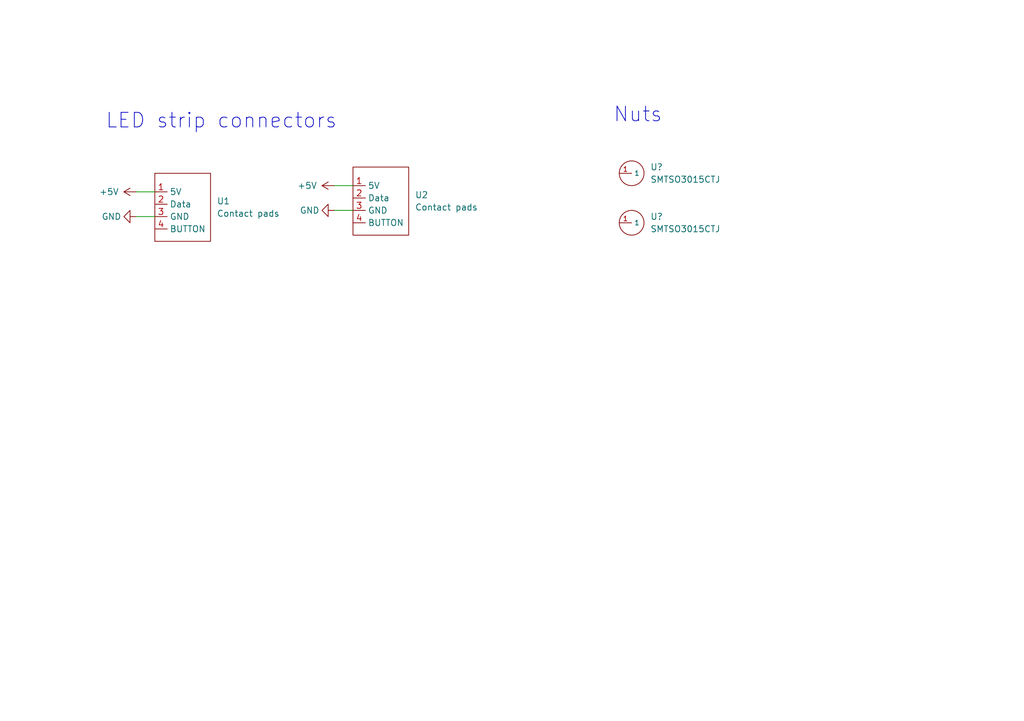
<source format=kicad_sch>
(kicad_sch (version 20211123) (generator eeschema)
  (paper "A5")
  (lib_symbols
    (symbol "MyParts:SMTSO3015CTJ"
      (property "Reference" "U?" (at 3.81 -5.0799 0))
      (property "Value" "SMTSO3015CTJ" (at 3.81 -7.6199 0))
      (symbol "SMTSO3015CTJ_0_0"
        (pin unspecified line (at -2.54 -6.35 0) (length 2.54) (name "1") (number "1"))
      )
      (symbol "SMTSO3015CTJ_0_1"
        (circle (center 0 -6.35) (radius 2.54) (stroke (width 0.1524)))
      )
    )
    (symbol "myparts:LED_strip_contact_4pads"
      (property "Reference" "U5" (at -5.08 3.81 0))
      (property "Value" "LED_strip_contact_4pads" (at -5.08 1.27 0))
      (symbol "LED_strip_contact_4pads_0_1"
        (rectangle (start -3.81 3.81) (end 7.62 -10.16) (stroke (width 0.1524)))
      )
      (symbol "LED_strip_contact_4pads_1_1"
        (pin bidirectional line (at -3.81 0 0) (length 2.54) (name "5V") (number "1"))
        (pin bidirectional line (at -3.81 -2.54 0) (length 2.54) (name "Data") (number "2"))
        (pin bidirectional line (at -3.81 -5.08 0) (length 2.54) (name "GND") (number "3"))
        (pin bidirectional line (at -3.81 -7.62 0) (length 2.54) (name "BUTTON") (number "4"))
      )
    )
    (symbol "power:+5V" (power) (pin_names (offset 0))
      (property "Value" "+5V" (at 0 3.556 0))
      (symbol "+5V_0_1"
        (polyline (pts (xy -0.762 1.27) (xy 0 2.54)))
        (polyline (pts (xy 0 0) (xy 0 2.54)))
        (polyline (pts (xy 0 2.54) (xy 0.762 1.27)))
      )
      (symbol "+5V_1_1"
        (pin power_in line (at 0 0 90) (length 0) hide (name "+5V") (number "1"))
      )
    )
    (symbol "power:GND" (power) (pin_names (offset 0))
      (property "Value" "GND" (at 0 -3.81 0))
      (symbol "GND_0_1"
        (polyline (pts (xy 0 0) (xy 0 -1.27) (xy 1.27 -1.27) (xy 0 -2.54) (xy -1.27 -1.27) (xy 0 -1.27)))
      )
      (symbol "GND_1_1"
        (pin power_in line (at 0 0 270) (length 0) hide (name "GND") (number "1"))
      )
    )
  )
  (wire (pts (xy 27.94 39.37) (xy 31.75 39.37)))
  (wire (pts (xy 68.58 43.18) (xy 72.39 43.18)))
  (wire (pts (xy 68.58 38.1) (xy 72.39 38.1)))
  (wire (pts (xy 27.94 44.45) (xy 31.75 44.45)))
  (text "Nuts" (at 125.73 25.4 0) (effects (font (size 3 3)) (justify left bottom)))
  (text "LED strip connectors" (at 21.59 26.67 0) (effects (font (size 3 3)) (justify left bottom)))
  (symbol (lib_id "myparts:LED_strip_contact_4pads") (at 35.56 39.37 0) (unit 1) (in_bom no)
    (property "Reference" "U1" (at 44.45 41.2749 0) (effects (justify left)))
    (property "Value" "Contact pads" (at 44.45 43.8149 0) (effects (justify left)))
    (property "Footprint" "myparts:LED strip connector 4pad small" (effects hide))
  )
  (symbol (lib_id "MyParts:SMTSO3015CTJ") (at 129.54 39.37 0) (unit 1)
    (property "Reference" "U?" (at 133.35 44.4499 0) (effects (justify left)))
    (property "Value" "SMTSO3015CTJ" (at 133.35 46.9899 0) (effects (justify left)))
    (property "Footprint" "footprint:SMTSO3030CTJ" (effects hide))
    (property "Datasheet" "https://img.jlc.com/pdf/applyPasteComponent/2021-07-26/212394W/84600014a36a49d2b26ab413315c8aa0/SINHOO%E7%94%B5%E8%B7%AF%E6%9D%BF%E8%A1%A8%E8%B4%B4%E8%9E%BA%E6%AF%8D%E6%9F%B1PCBSMDNuts.pdf" (effects hide))
    (property "LCSC #" "C2915308" (effects hide))
  )
  (symbol (lib_id "power:GND") (at 68.58 43.18 270) (unit 1)
    (property "Reference" "#PWR0103" (effects hide))
    (property "Value" "GND" (at 63.5 43.18 90))
  )
  (symbol (lib_id "power:+5V") (at 68.58 38.1 90) (unit 1)
    (property "Reference" "#PWR0104" (effects hide))
    (property "Value" "+5V" (at 60.96 38.1 90) (effects (justify right)))
  )
  (symbol (lib_id "myparts:LED_strip_contact_4pads") (at 76.2 38.1 0) (unit 1) (in_bom no)
    (property "Reference" "U2" (at 85.09 40.0049 0) (effects (justify left)))
    (property "Value" "Contact pads" (at 85.09 42.5449 0) (effects (justify left)))
    (property "Footprint" "myparts:LED strip connector 4pad small" (effects hide))
  )
  (symbol (lib_id "MyParts:SMTSO3015CTJ") (at 129.54 29.21 0) (unit 1)
    (property "Reference" "U?" (at 133.35 34.2899 0) (effects (justify left)))
    (property "Value" "SMTSO3015CTJ" (at 133.35 36.8299 0) (effects (justify left)))
    (property "Footprint" "footprint:SMTSO3030CTJ" (effects hide))
    (property "Datasheet" "https://img.jlc.com/pdf/applyPasteComponent/2021-07-26/212394W/84600014a36a49d2b26ab413315c8aa0/SINHOO%E7%94%B5%E8%B7%AF%E6%9D%BF%E8%A1%A8%E8%B4%B4%E8%9E%BA%E6%AF%8D%E6%9F%B1PCBSMDNuts.pdf" (effects hide))
    (property "LCSC #" "C2915308" (effects hide))
  )
  (symbol (lib_id "power:GND") (at 27.94 44.45 270) (unit 1)
    (property "Reference" "#PWR0102" (effects hide))
    (property "Value" "GND" (at 22.86 44.45 90))
  )
  (symbol (lib_id "power:+5V") (at 27.94 39.37 90) (unit 1)
    (property "Reference" "#PWR0101" (effects hide))
    (property "Value" "+5V" (at 20.32 39.37 90) (effects (justify right)))
  )
)
</source>
